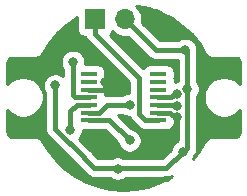
<source format=gbl>
G04 #@! TF.GenerationSoftware,KiCad,Pcbnew,(5.1.6-0-10_14)*
G04 #@! TF.CreationDate,2021-04-09T22:44:30+02:00*
G04 #@! TF.ProjectId,Encoder,456e636f-6465-4722-9e6b-696361645f70,1.1*
G04 #@! TF.SameCoordinates,Original*
G04 #@! TF.FileFunction,Copper,L2,Bot*
G04 #@! TF.FilePolarity,Positive*
%FSLAX46Y46*%
G04 Gerber Fmt 4.6, Leading zero omitted, Abs format (unit mm)*
G04 Created by KiCad (PCBNEW (5.1.6-0-10_14)) date 2021-04-09 22:44:30*
%MOMM*%
%LPD*%
G01*
G04 APERTURE LIST*
G04 #@! TA.AperFunction,ComponentPad*
%ADD10O,1.700000X1.700000*%
G04 #@! TD*
G04 #@! TA.AperFunction,ComponentPad*
%ADD11R,1.700000X1.700000*%
G04 #@! TD*
G04 #@! TA.AperFunction,SMDPad,CuDef*
%ADD12R,1.450000X0.450000*%
G04 #@! TD*
G04 #@! TA.AperFunction,ViaPad*
%ADD13C,0.800000*%
G04 #@! TD*
G04 #@! TA.AperFunction,ViaPad*
%ADD14C,0.600000*%
G04 #@! TD*
G04 #@! TA.AperFunction,Conductor*
%ADD15C,0.400000*%
G04 #@! TD*
G04 #@! TA.AperFunction,Conductor*
%ADD16C,0.254000*%
G04 #@! TD*
G04 APERTURE END LIST*
D10*
X119828000Y-86712000D03*
X117288000Y-86712000D03*
D11*
X114748000Y-86712000D03*
D12*
X120138000Y-95262000D03*
X120138000Y-94612000D03*
X120138000Y-93962000D03*
X120138000Y-93312000D03*
X120138000Y-92662000D03*
X120138000Y-92012000D03*
X120138000Y-91362000D03*
X114238000Y-91362000D03*
X114238000Y-92012000D03*
X114238000Y-92662000D03*
X114238000Y-93312000D03*
X114238000Y-93962000D03*
X114238000Y-94612000D03*
X114238000Y-95262000D03*
D13*
X115588000Y-92012000D03*
X121688000Y-95012000D03*
D14*
X125338000Y-90812000D03*
X125338000Y-95862000D03*
X108638000Y-95812000D03*
X108688000Y-90912000D03*
X115238000Y-100312000D03*
X120888000Y-100262000D03*
X117688000Y-88862000D03*
X121238000Y-90462000D03*
D13*
X121688000Y-94012000D03*
X111388000Y-92312000D03*
X121688000Y-93012000D03*
X116688000Y-99362000D03*
X122588000Y-92612000D03*
X122188000Y-97912000D03*
X122388000Y-89312000D03*
X117688000Y-96962000D03*
X117688000Y-93947000D03*
X112888000Y-90312000D03*
X112688000Y-96112000D03*
D15*
X120388000Y-94612000D02*
X120412999Y-94636999D01*
X120138000Y-94612000D02*
X120388000Y-94612000D01*
X121503998Y-95012000D02*
X121688000Y-95012000D01*
X121103998Y-94612000D02*
X121503998Y-95012000D01*
X120138000Y-94612000D02*
X121103998Y-94612000D01*
X115503685Y-92662000D02*
X115588000Y-92577685D01*
X115588000Y-92577685D02*
X115588000Y-92012000D01*
X114238000Y-92662000D02*
X115503685Y-92662000D01*
X121438000Y-93962000D02*
X121488000Y-94012000D01*
X120138000Y-93962000D02*
X121438000Y-93962000D01*
X121488000Y-93112000D02*
X121388001Y-93211999D01*
X121488000Y-93012000D02*
X121488000Y-93112000D01*
X121188000Y-93312000D02*
X120138000Y-93312000D01*
X121488000Y-93012000D02*
X121188000Y-93312000D01*
X111388000Y-95996002D02*
X113803998Y-98412000D01*
X111388000Y-92312000D02*
X111388000Y-95996002D01*
X119888000Y-89312000D02*
X117288000Y-86712000D01*
X122388000Y-89312000D02*
X119888000Y-89312000D01*
X113803998Y-98412000D02*
X113803998Y-98427998D01*
X114688000Y-99312000D02*
X115688000Y-99312000D01*
X113803998Y-98427998D02*
X114688000Y-99312000D01*
X115688000Y-99312000D02*
X120788000Y-99312000D01*
X120788000Y-99312000D02*
X122188000Y-97912000D01*
X122588000Y-89512000D02*
X122388000Y-89312000D01*
X122588000Y-97612000D02*
X122588000Y-89512000D01*
X122288000Y-97912000D02*
X122588000Y-97612000D01*
X122188000Y-97912000D02*
X122288000Y-97912000D01*
X115988000Y-95262000D02*
X117688000Y-96962000D01*
X114238000Y-95262000D02*
X115988000Y-95262000D01*
X115126000Y-94612000D02*
X115791000Y-93947000D01*
X115791000Y-93947000D02*
X117688000Y-93947000D01*
X114238000Y-94612000D02*
X115126000Y-94612000D01*
X118488001Y-91702001D02*
X114748000Y-87962000D01*
X118488001Y-94737001D02*
X118488001Y-91702001D01*
X114748000Y-87962000D02*
X114748000Y-86712000D01*
X119013000Y-95262000D02*
X118488001Y-94737001D01*
X120138000Y-95262000D02*
X119013000Y-95262000D01*
X112888000Y-90877685D02*
X112888000Y-90312000D01*
X112888000Y-93087000D02*
X112888000Y-90877685D01*
X113113000Y-93312000D02*
X112888000Y-93087000D01*
X114238000Y-93312000D02*
X113113000Y-93312000D01*
X112688000Y-94491998D02*
X112688000Y-95546315D01*
X113217998Y-93962000D02*
X112688000Y-94491998D01*
X112688000Y-95546315D02*
X112688000Y-96112000D01*
X114238000Y-93962000D02*
X113217998Y-93962000D01*
D16*
G36*
X113259928Y-87562000D02*
G01*
X113272188Y-87686482D01*
X113308498Y-87806180D01*
X113367463Y-87916494D01*
X113446815Y-88013185D01*
X113543506Y-88092537D01*
X113653820Y-88151502D01*
X113773518Y-88187812D01*
X113898000Y-88200072D01*
X113947646Y-88200072D01*
X113972828Y-88283086D01*
X114050364Y-88428145D01*
X114154709Y-88555291D01*
X114186579Y-88581446D01*
X117653002Y-92047870D01*
X117653002Y-92912000D01*
X117586061Y-92912000D01*
X117386102Y-92951774D01*
X117197744Y-93029795D01*
X117074715Y-93112000D01*
X115832018Y-93112000D01*
X115790999Y-93107960D01*
X115749981Y-93112000D01*
X115627311Y-93124082D01*
X115601072Y-93132041D01*
X115601072Y-93087000D01*
X115588812Y-92962518D01*
X115552502Y-92842820D01*
X115493537Y-92732506D01*
X115435674Y-92662000D01*
X115493537Y-92591494D01*
X115552502Y-92481180D01*
X115588812Y-92361482D01*
X115601072Y-92237000D01*
X115601072Y-91787000D01*
X115591223Y-91687000D01*
X115601072Y-91587000D01*
X115601072Y-91137000D01*
X115588812Y-91012518D01*
X115552502Y-90892820D01*
X115493537Y-90782506D01*
X115414185Y-90685815D01*
X115317494Y-90606463D01*
X115207180Y-90547498D01*
X115087482Y-90511188D01*
X114963000Y-90498928D01*
X113906095Y-90498928D01*
X113923000Y-90413939D01*
X113923000Y-90210061D01*
X113883226Y-90010102D01*
X113805205Y-89821744D01*
X113691937Y-89652226D01*
X113547774Y-89508063D01*
X113378256Y-89394795D01*
X113189898Y-89316774D01*
X112989939Y-89277000D01*
X112786061Y-89277000D01*
X112586102Y-89316774D01*
X112397744Y-89394795D01*
X112228226Y-89508063D01*
X112084063Y-89652226D01*
X111970795Y-89821744D01*
X111892774Y-90010102D01*
X111853000Y-90210061D01*
X111853000Y-90413939D01*
X111892774Y-90613898D01*
X111970795Y-90802256D01*
X112053001Y-90925286D01*
X112053001Y-91513290D01*
X112047774Y-91508063D01*
X111878256Y-91394795D01*
X111689898Y-91316774D01*
X111489939Y-91277000D01*
X111286061Y-91277000D01*
X111086102Y-91316774D01*
X110897744Y-91394795D01*
X110728226Y-91508063D01*
X110584063Y-91652226D01*
X110470795Y-91821744D01*
X110392774Y-92010102D01*
X110353000Y-92210061D01*
X110353000Y-92413939D01*
X110392774Y-92613898D01*
X110470795Y-92802256D01*
X110553000Y-92925285D01*
X110553001Y-95954974D01*
X110548960Y-95996002D01*
X110565082Y-96159690D01*
X110612828Y-96317088D01*
X110690364Y-96462147D01*
X110690365Y-96462148D01*
X110794710Y-96589293D01*
X110826574Y-96615443D01*
X113111341Y-98900211D01*
X113210707Y-99021289D01*
X113242575Y-99047442D01*
X114068563Y-99873432D01*
X114094709Y-99905291D01*
X114126568Y-99931437D01*
X114126570Y-99931439D01*
X114179639Y-99974991D01*
X114221854Y-100009636D01*
X114366913Y-100087172D01*
X114524311Y-100134918D01*
X114646981Y-100147000D01*
X114646982Y-100147000D01*
X114688000Y-100151040D01*
X114729018Y-100147000D01*
X116009289Y-100147000D01*
X116028226Y-100165937D01*
X116197744Y-100279205D01*
X116386102Y-100357226D01*
X116586061Y-100397000D01*
X116789939Y-100397000D01*
X116989898Y-100357226D01*
X117178256Y-100279205D01*
X117347774Y-100165937D01*
X117366711Y-100147000D01*
X120746982Y-100147000D01*
X120788000Y-100151040D01*
X120829018Y-100147000D01*
X120829019Y-100147000D01*
X120951689Y-100134918D01*
X121109087Y-100087172D01*
X121242718Y-100015744D01*
X121193110Y-100050002D01*
X120241600Y-100531217D01*
X119233591Y-100878844D01*
X118187719Y-101086454D01*
X117123362Y-101150202D01*
X116060190Y-101068908D01*
X115017898Y-100844080D01*
X114015752Y-100479874D01*
X113072308Y-99983031D01*
X112205024Y-99362747D01*
X111429946Y-98630495D01*
X110759707Y-97797705D01*
X110260890Y-96983708D01*
X110239425Y-96943550D01*
X110198742Y-96893978D01*
X110198735Y-96893968D01*
X110198726Y-96893959D01*
X110156948Y-96843052D01*
X110056450Y-96760575D01*
X109941793Y-96699290D01*
X109817383Y-96661550D01*
X109720419Y-96652000D01*
X107720279Y-96652000D01*
X107622576Y-96642420D01*
X107559643Y-96623420D01*
X107501594Y-96592554D01*
X107450657Y-96551011D01*
X107408752Y-96500356D01*
X107377485Y-96442529D01*
X107358044Y-96379728D01*
X107348000Y-96284165D01*
X107348000Y-94425661D01*
X107582002Y-94659663D01*
X107866169Y-94849537D01*
X108181919Y-94980325D01*
X108517117Y-95047000D01*
X108858883Y-95047000D01*
X109194081Y-94980325D01*
X109509831Y-94849537D01*
X109793998Y-94659663D01*
X110035663Y-94417998D01*
X110225537Y-94133831D01*
X110356325Y-93818081D01*
X110423000Y-93482883D01*
X110423000Y-93141117D01*
X110356325Y-92805919D01*
X110225537Y-92490169D01*
X110035663Y-92206002D01*
X109793998Y-91964337D01*
X109509831Y-91774463D01*
X109194081Y-91643675D01*
X108858883Y-91577000D01*
X108517117Y-91577000D01*
X108181919Y-91643675D01*
X107866169Y-91774463D01*
X107582002Y-91964337D01*
X107348000Y-92198339D01*
X107348000Y-90344279D01*
X107357580Y-90246576D01*
X107376580Y-90183644D01*
X107407445Y-90125595D01*
X107448989Y-90074657D01*
X107499644Y-90032752D01*
X107557471Y-90001485D01*
X107620272Y-89982044D01*
X107715844Y-89971999D01*
X109720419Y-89972001D01*
X109817383Y-89962451D01*
X109941793Y-89924711D01*
X110056450Y-89863426D01*
X110156948Y-89780949D01*
X110239425Y-89680451D01*
X110259605Y-89642696D01*
X110836307Y-88718791D01*
X111518445Y-87899265D01*
X112305496Y-87179895D01*
X113182889Y-86574000D01*
X113259928Y-86535038D01*
X113259928Y-87562000D01*
G37*
X113259928Y-87562000D02*
X113272188Y-87686482D01*
X113308498Y-87806180D01*
X113367463Y-87916494D01*
X113446815Y-88013185D01*
X113543506Y-88092537D01*
X113653820Y-88151502D01*
X113773518Y-88187812D01*
X113898000Y-88200072D01*
X113947646Y-88200072D01*
X113972828Y-88283086D01*
X114050364Y-88428145D01*
X114154709Y-88555291D01*
X114186579Y-88581446D01*
X117653002Y-92047870D01*
X117653002Y-92912000D01*
X117586061Y-92912000D01*
X117386102Y-92951774D01*
X117197744Y-93029795D01*
X117074715Y-93112000D01*
X115832018Y-93112000D01*
X115790999Y-93107960D01*
X115749981Y-93112000D01*
X115627311Y-93124082D01*
X115601072Y-93132041D01*
X115601072Y-93087000D01*
X115588812Y-92962518D01*
X115552502Y-92842820D01*
X115493537Y-92732506D01*
X115435674Y-92662000D01*
X115493537Y-92591494D01*
X115552502Y-92481180D01*
X115588812Y-92361482D01*
X115601072Y-92237000D01*
X115601072Y-91787000D01*
X115591223Y-91687000D01*
X115601072Y-91587000D01*
X115601072Y-91137000D01*
X115588812Y-91012518D01*
X115552502Y-90892820D01*
X115493537Y-90782506D01*
X115414185Y-90685815D01*
X115317494Y-90606463D01*
X115207180Y-90547498D01*
X115087482Y-90511188D01*
X114963000Y-90498928D01*
X113906095Y-90498928D01*
X113923000Y-90413939D01*
X113923000Y-90210061D01*
X113883226Y-90010102D01*
X113805205Y-89821744D01*
X113691937Y-89652226D01*
X113547774Y-89508063D01*
X113378256Y-89394795D01*
X113189898Y-89316774D01*
X112989939Y-89277000D01*
X112786061Y-89277000D01*
X112586102Y-89316774D01*
X112397744Y-89394795D01*
X112228226Y-89508063D01*
X112084063Y-89652226D01*
X111970795Y-89821744D01*
X111892774Y-90010102D01*
X111853000Y-90210061D01*
X111853000Y-90413939D01*
X111892774Y-90613898D01*
X111970795Y-90802256D01*
X112053001Y-90925286D01*
X112053001Y-91513290D01*
X112047774Y-91508063D01*
X111878256Y-91394795D01*
X111689898Y-91316774D01*
X111489939Y-91277000D01*
X111286061Y-91277000D01*
X111086102Y-91316774D01*
X110897744Y-91394795D01*
X110728226Y-91508063D01*
X110584063Y-91652226D01*
X110470795Y-91821744D01*
X110392774Y-92010102D01*
X110353000Y-92210061D01*
X110353000Y-92413939D01*
X110392774Y-92613898D01*
X110470795Y-92802256D01*
X110553000Y-92925285D01*
X110553001Y-95954974D01*
X110548960Y-95996002D01*
X110565082Y-96159690D01*
X110612828Y-96317088D01*
X110690364Y-96462147D01*
X110690365Y-96462148D01*
X110794710Y-96589293D01*
X110826574Y-96615443D01*
X113111341Y-98900211D01*
X113210707Y-99021289D01*
X113242575Y-99047442D01*
X114068563Y-99873432D01*
X114094709Y-99905291D01*
X114126568Y-99931437D01*
X114126570Y-99931439D01*
X114179639Y-99974991D01*
X114221854Y-100009636D01*
X114366913Y-100087172D01*
X114524311Y-100134918D01*
X114646981Y-100147000D01*
X114646982Y-100147000D01*
X114688000Y-100151040D01*
X114729018Y-100147000D01*
X116009289Y-100147000D01*
X116028226Y-100165937D01*
X116197744Y-100279205D01*
X116386102Y-100357226D01*
X116586061Y-100397000D01*
X116789939Y-100397000D01*
X116989898Y-100357226D01*
X117178256Y-100279205D01*
X117347774Y-100165937D01*
X117366711Y-100147000D01*
X120746982Y-100147000D01*
X120788000Y-100151040D01*
X120829018Y-100147000D01*
X120829019Y-100147000D01*
X120951689Y-100134918D01*
X121109087Y-100087172D01*
X121242718Y-100015744D01*
X121193110Y-100050002D01*
X120241600Y-100531217D01*
X119233591Y-100878844D01*
X118187719Y-101086454D01*
X117123362Y-101150202D01*
X116060190Y-101068908D01*
X115017898Y-100844080D01*
X114015752Y-100479874D01*
X113072308Y-99983031D01*
X112205024Y-99362747D01*
X111429946Y-98630495D01*
X110759707Y-97797705D01*
X110260890Y-96983708D01*
X110239425Y-96943550D01*
X110198742Y-96893978D01*
X110198735Y-96893968D01*
X110198726Y-96893959D01*
X110156948Y-96843052D01*
X110056450Y-96760575D01*
X109941793Y-96699290D01*
X109817383Y-96661550D01*
X109720419Y-96652000D01*
X107720279Y-96652000D01*
X107622576Y-96642420D01*
X107559643Y-96623420D01*
X107501594Y-96592554D01*
X107450657Y-96551011D01*
X107408752Y-96500356D01*
X107377485Y-96442529D01*
X107358044Y-96379728D01*
X107348000Y-96284165D01*
X107348000Y-94425661D01*
X107582002Y-94659663D01*
X107866169Y-94849537D01*
X108181919Y-94980325D01*
X108517117Y-95047000D01*
X108858883Y-95047000D01*
X109194081Y-94980325D01*
X109509831Y-94849537D01*
X109793998Y-94659663D01*
X110035663Y-94417998D01*
X110225537Y-94133831D01*
X110356325Y-93818081D01*
X110423000Y-93482883D01*
X110423000Y-93141117D01*
X110356325Y-92805919D01*
X110225537Y-92490169D01*
X110035663Y-92206002D01*
X109793998Y-91964337D01*
X109509831Y-91774463D01*
X109194081Y-91643675D01*
X108858883Y-91577000D01*
X108517117Y-91577000D01*
X108181919Y-91643675D01*
X107866169Y-91774463D01*
X107582002Y-91964337D01*
X107348000Y-92198339D01*
X107348000Y-90344279D01*
X107357580Y-90246576D01*
X107376580Y-90183644D01*
X107407445Y-90125595D01*
X107448989Y-90074657D01*
X107499644Y-90032752D01*
X107557471Y-90001485D01*
X107620272Y-89982044D01*
X107715844Y-89971999D01*
X109720419Y-89972001D01*
X109817383Y-89962451D01*
X109941793Y-89924711D01*
X110056450Y-89863426D01*
X110156948Y-89780949D01*
X110239425Y-89680451D01*
X110259605Y-89642696D01*
X110836307Y-88718791D01*
X111518445Y-87899265D01*
X112305496Y-87179895D01*
X113182889Y-86574000D01*
X113259928Y-86535038D01*
X113259928Y-87562000D01*
G36*
X118315809Y-85555093D02*
G01*
X119358110Y-85779923D01*
X120360246Y-86144126D01*
X121303690Y-86640969D01*
X122170970Y-87261250D01*
X122946051Y-87993503D01*
X123616292Y-88826297D01*
X124115103Y-89640280D01*
X124136574Y-89680450D01*
X124219051Y-89780948D01*
X124319549Y-89863425D01*
X124434206Y-89924710D01*
X124558616Y-89962450D01*
X124655580Y-89972000D01*
X126655721Y-89972000D01*
X126753424Y-89981580D01*
X126816356Y-90000580D01*
X126874405Y-90031445D01*
X126925343Y-90072989D01*
X126967248Y-90123644D01*
X126998515Y-90181471D01*
X127017956Y-90244272D01*
X127028000Y-90339835D01*
X127028000Y-92198339D01*
X126793998Y-91964337D01*
X126509831Y-91774463D01*
X126194081Y-91643675D01*
X125858883Y-91577000D01*
X125517117Y-91577000D01*
X125181919Y-91643675D01*
X124866169Y-91774463D01*
X124582002Y-91964337D01*
X124340337Y-92206002D01*
X124150463Y-92490169D01*
X124019675Y-92805919D01*
X123953000Y-93141117D01*
X123953000Y-93482883D01*
X124019675Y-93818081D01*
X124150463Y-94133831D01*
X124340337Y-94417998D01*
X124582002Y-94659663D01*
X124866169Y-94849537D01*
X125181919Y-94980325D01*
X125517117Y-95047000D01*
X125858883Y-95047000D01*
X126194081Y-94980325D01*
X126509831Y-94849537D01*
X126793998Y-94659663D01*
X127028001Y-94425660D01*
X127028001Y-96279711D01*
X127018420Y-96377424D01*
X126999420Y-96440357D01*
X126968554Y-96498406D01*
X126927011Y-96549343D01*
X126876356Y-96591248D01*
X126818529Y-96622515D01*
X126755728Y-96641956D01*
X126660164Y-96652000D01*
X124655580Y-96652002D01*
X124558616Y-96661552D01*
X124434206Y-96699292D01*
X124319549Y-96760577D01*
X124219051Y-96843054D01*
X124136574Y-96943552D01*
X124116392Y-96981311D01*
X123539693Y-97905209D01*
X123020680Y-98528757D01*
X123105205Y-98402256D01*
X123183226Y-98213898D01*
X123186105Y-98199425D01*
X123285636Y-98078146D01*
X123363172Y-97933087D01*
X123410918Y-97775689D01*
X123413855Y-97745871D01*
X123427040Y-97612001D01*
X123423000Y-97570982D01*
X123423000Y-93225285D01*
X123505205Y-93102256D01*
X123583226Y-92913898D01*
X123623000Y-92713939D01*
X123623000Y-92510061D01*
X123583226Y-92310102D01*
X123505205Y-92121744D01*
X123423000Y-91998715D01*
X123423000Y-89553018D01*
X123427040Y-89512000D01*
X123421335Y-89454072D01*
X123419242Y-89432830D01*
X123423000Y-89413939D01*
X123423000Y-89210061D01*
X123383226Y-89010102D01*
X123305205Y-88821744D01*
X123191937Y-88652226D01*
X123047774Y-88508063D01*
X122878256Y-88394795D01*
X122689898Y-88316774D01*
X122489939Y-88277000D01*
X122286061Y-88277000D01*
X122086102Y-88316774D01*
X121897744Y-88394795D01*
X121774715Y-88477000D01*
X120233868Y-88477000D01*
X118746807Y-86989940D01*
X118773000Y-86858260D01*
X118773000Y-86565740D01*
X118715932Y-86278842D01*
X118603990Y-86008589D01*
X118441475Y-85765368D01*
X118234632Y-85558525D01*
X118218342Y-85547640D01*
X118315809Y-85555093D01*
G37*
X118315809Y-85555093D02*
X119358110Y-85779923D01*
X120360246Y-86144126D01*
X121303690Y-86640969D01*
X122170970Y-87261250D01*
X122946051Y-87993503D01*
X123616292Y-88826297D01*
X124115103Y-89640280D01*
X124136574Y-89680450D01*
X124219051Y-89780948D01*
X124319549Y-89863425D01*
X124434206Y-89924710D01*
X124558616Y-89962450D01*
X124655580Y-89972000D01*
X126655721Y-89972000D01*
X126753424Y-89981580D01*
X126816356Y-90000580D01*
X126874405Y-90031445D01*
X126925343Y-90072989D01*
X126967248Y-90123644D01*
X126998515Y-90181471D01*
X127017956Y-90244272D01*
X127028000Y-90339835D01*
X127028000Y-92198339D01*
X126793998Y-91964337D01*
X126509831Y-91774463D01*
X126194081Y-91643675D01*
X125858883Y-91577000D01*
X125517117Y-91577000D01*
X125181919Y-91643675D01*
X124866169Y-91774463D01*
X124582002Y-91964337D01*
X124340337Y-92206002D01*
X124150463Y-92490169D01*
X124019675Y-92805919D01*
X123953000Y-93141117D01*
X123953000Y-93482883D01*
X124019675Y-93818081D01*
X124150463Y-94133831D01*
X124340337Y-94417998D01*
X124582002Y-94659663D01*
X124866169Y-94849537D01*
X125181919Y-94980325D01*
X125517117Y-95047000D01*
X125858883Y-95047000D01*
X126194081Y-94980325D01*
X126509831Y-94849537D01*
X126793998Y-94659663D01*
X127028001Y-94425660D01*
X127028001Y-96279711D01*
X127018420Y-96377424D01*
X126999420Y-96440357D01*
X126968554Y-96498406D01*
X126927011Y-96549343D01*
X126876356Y-96591248D01*
X126818529Y-96622515D01*
X126755728Y-96641956D01*
X126660164Y-96652000D01*
X124655580Y-96652002D01*
X124558616Y-96661552D01*
X124434206Y-96699292D01*
X124319549Y-96760577D01*
X124219051Y-96843054D01*
X124136574Y-96943552D01*
X124116392Y-96981311D01*
X123539693Y-97905209D01*
X123020680Y-98528757D01*
X123105205Y-98402256D01*
X123183226Y-98213898D01*
X123186105Y-98199425D01*
X123285636Y-98078146D01*
X123363172Y-97933087D01*
X123410918Y-97775689D01*
X123413855Y-97745871D01*
X123427040Y-97612001D01*
X123423000Y-97570982D01*
X123423000Y-93225285D01*
X123505205Y-93102256D01*
X123583226Y-92913898D01*
X123623000Y-92713939D01*
X123623000Y-92510061D01*
X123583226Y-92310102D01*
X123505205Y-92121744D01*
X123423000Y-91998715D01*
X123423000Y-89553018D01*
X123427040Y-89512000D01*
X123421335Y-89454072D01*
X123419242Y-89432830D01*
X123423000Y-89413939D01*
X123423000Y-89210061D01*
X123383226Y-89010102D01*
X123305205Y-88821744D01*
X123191937Y-88652226D01*
X123047774Y-88508063D01*
X122878256Y-88394795D01*
X122689898Y-88316774D01*
X122489939Y-88277000D01*
X122286061Y-88277000D01*
X122086102Y-88316774D01*
X121897744Y-88394795D01*
X121774715Y-88477000D01*
X120233868Y-88477000D01*
X118746807Y-86989940D01*
X118773000Y-86858260D01*
X118773000Y-86565740D01*
X118715932Y-86278842D01*
X118603990Y-86008589D01*
X118441475Y-85765368D01*
X118234632Y-85558525D01*
X118218342Y-85547640D01*
X118315809Y-85555093D01*
G36*
X117197744Y-94864205D02*
G01*
X117386102Y-94942226D01*
X117586061Y-94982000D01*
X117689748Y-94982000D01*
X117712829Y-95058087D01*
X117790365Y-95203146D01*
X117894710Y-95330292D01*
X117926579Y-95356446D01*
X118393558Y-95823426D01*
X118419709Y-95855291D01*
X118546854Y-95959636D01*
X118691913Y-96037172D01*
X118849311Y-96084918D01*
X118971981Y-96097000D01*
X118971982Y-96097000D01*
X119013000Y-96101040D01*
X119054018Y-96097000D01*
X119236393Y-96097000D01*
X119288518Y-96112812D01*
X119413000Y-96125072D01*
X120863000Y-96125072D01*
X120987482Y-96112812D01*
X121107180Y-96076502D01*
X121217494Y-96017537D01*
X121314185Y-95938185D01*
X121393537Y-95841494D01*
X121452502Y-95731180D01*
X121488812Y-95611482D01*
X121501072Y-95487000D01*
X121501072Y-95037000D01*
X121500378Y-95029957D01*
X121586061Y-95047000D01*
X121753000Y-95047000D01*
X121753000Y-96971907D01*
X121697744Y-96994795D01*
X121528226Y-97108063D01*
X121384063Y-97252226D01*
X121270795Y-97421744D01*
X121192774Y-97610102D01*
X121163908Y-97755225D01*
X120442133Y-98477000D01*
X117226454Y-98477000D01*
X117178256Y-98444795D01*
X116989898Y-98366774D01*
X116789939Y-98327000D01*
X116586061Y-98327000D01*
X116386102Y-98366774D01*
X116197744Y-98444795D01*
X116149546Y-98477000D01*
X115033868Y-98477000D01*
X114496658Y-97939791D01*
X114484282Y-97924711D01*
X114397289Y-97818709D01*
X114365426Y-97792560D01*
X113418288Y-96845423D01*
X113491937Y-96771774D01*
X113605205Y-96602256D01*
X113683226Y-96413898D01*
X113723000Y-96213939D01*
X113723000Y-96125072D01*
X114963000Y-96125072D01*
X115087482Y-96112812D01*
X115139607Y-96097000D01*
X115642133Y-96097000D01*
X116663908Y-97118775D01*
X116692774Y-97263898D01*
X116770795Y-97452256D01*
X116884063Y-97621774D01*
X117028226Y-97765937D01*
X117197744Y-97879205D01*
X117386102Y-97957226D01*
X117586061Y-97997000D01*
X117789939Y-97997000D01*
X117989898Y-97957226D01*
X118178256Y-97879205D01*
X118347774Y-97765937D01*
X118491937Y-97621774D01*
X118605205Y-97452256D01*
X118683226Y-97263898D01*
X118723000Y-97063939D01*
X118723000Y-96860061D01*
X118683226Y-96660102D01*
X118605205Y-96471744D01*
X118491937Y-96302226D01*
X118347774Y-96158063D01*
X118178256Y-96044795D01*
X117989898Y-95966774D01*
X117844775Y-95937908D01*
X116688867Y-94782000D01*
X117074715Y-94782000D01*
X117197744Y-94864205D01*
G37*
X117197744Y-94864205D02*
X117386102Y-94942226D01*
X117586061Y-94982000D01*
X117689748Y-94982000D01*
X117712829Y-95058087D01*
X117790365Y-95203146D01*
X117894710Y-95330292D01*
X117926579Y-95356446D01*
X118393558Y-95823426D01*
X118419709Y-95855291D01*
X118546854Y-95959636D01*
X118691913Y-96037172D01*
X118849311Y-96084918D01*
X118971981Y-96097000D01*
X118971982Y-96097000D01*
X119013000Y-96101040D01*
X119054018Y-96097000D01*
X119236393Y-96097000D01*
X119288518Y-96112812D01*
X119413000Y-96125072D01*
X120863000Y-96125072D01*
X120987482Y-96112812D01*
X121107180Y-96076502D01*
X121217494Y-96017537D01*
X121314185Y-95938185D01*
X121393537Y-95841494D01*
X121452502Y-95731180D01*
X121488812Y-95611482D01*
X121501072Y-95487000D01*
X121501072Y-95037000D01*
X121500378Y-95029957D01*
X121586061Y-95047000D01*
X121753000Y-95047000D01*
X121753000Y-96971907D01*
X121697744Y-96994795D01*
X121528226Y-97108063D01*
X121384063Y-97252226D01*
X121270795Y-97421744D01*
X121192774Y-97610102D01*
X121163908Y-97755225D01*
X120442133Y-98477000D01*
X117226454Y-98477000D01*
X117178256Y-98444795D01*
X116989898Y-98366774D01*
X116789939Y-98327000D01*
X116586061Y-98327000D01*
X116386102Y-98366774D01*
X116197744Y-98444795D01*
X116149546Y-98477000D01*
X115033868Y-98477000D01*
X114496658Y-97939791D01*
X114484282Y-97924711D01*
X114397289Y-97818709D01*
X114365426Y-97792560D01*
X113418288Y-96845423D01*
X113491937Y-96771774D01*
X113605205Y-96602256D01*
X113683226Y-96413898D01*
X113723000Y-96213939D01*
X113723000Y-96125072D01*
X114963000Y-96125072D01*
X115087482Y-96112812D01*
X115139607Y-96097000D01*
X115642133Y-96097000D01*
X116663908Y-97118775D01*
X116692774Y-97263898D01*
X116770795Y-97452256D01*
X116884063Y-97621774D01*
X117028226Y-97765937D01*
X117197744Y-97879205D01*
X117386102Y-97957226D01*
X117586061Y-97997000D01*
X117789939Y-97997000D01*
X117989898Y-97957226D01*
X118178256Y-97879205D01*
X118347774Y-97765937D01*
X118491937Y-97621774D01*
X118605205Y-97452256D01*
X118683226Y-97263898D01*
X118723000Y-97063939D01*
X118723000Y-96860061D01*
X118683226Y-96660102D01*
X118605205Y-96471744D01*
X118491937Y-96302226D01*
X118347774Y-96158063D01*
X118178256Y-96044795D01*
X117989898Y-95966774D01*
X117844775Y-95937908D01*
X116688867Y-94782000D01*
X117074715Y-94782000D01*
X117197744Y-94864205D01*
G36*
X116341368Y-87865475D02*
G01*
X116584589Y-88027990D01*
X116854842Y-88139932D01*
X117141740Y-88197000D01*
X117434260Y-88197000D01*
X117565940Y-88170807D01*
X119268559Y-89873427D01*
X119294709Y-89905291D01*
X119421854Y-90009636D01*
X119566913Y-90087172D01*
X119724311Y-90134918D01*
X119846981Y-90147000D01*
X119846991Y-90147000D01*
X119887999Y-90151039D01*
X119929007Y-90147000D01*
X121753001Y-90147000D01*
X121753001Y-91977000D01*
X121586061Y-91977000D01*
X121501072Y-91993905D01*
X121501072Y-91787000D01*
X121491223Y-91687000D01*
X121501072Y-91587000D01*
X121501072Y-91137000D01*
X121488812Y-91012518D01*
X121452502Y-90892820D01*
X121393537Y-90782506D01*
X121314185Y-90685815D01*
X121217494Y-90606463D01*
X121107180Y-90547498D01*
X120987482Y-90511188D01*
X120863000Y-90498928D01*
X119413000Y-90498928D01*
X119288518Y-90511188D01*
X119168820Y-90547498D01*
X119058506Y-90606463D01*
X118961815Y-90685815D01*
X118882463Y-90782506D01*
X118836104Y-90869236D01*
X116011214Y-88044347D01*
X116049185Y-88013185D01*
X116128537Y-87916494D01*
X116187502Y-87806180D01*
X116209513Y-87733620D01*
X116341368Y-87865475D01*
G37*
X116341368Y-87865475D02*
X116584589Y-88027990D01*
X116854842Y-88139932D01*
X117141740Y-88197000D01*
X117434260Y-88197000D01*
X117565940Y-88170807D01*
X119268559Y-89873427D01*
X119294709Y-89905291D01*
X119421854Y-90009636D01*
X119566913Y-90087172D01*
X119724311Y-90134918D01*
X119846981Y-90147000D01*
X119846991Y-90147000D01*
X119887999Y-90151039D01*
X119929007Y-90147000D01*
X121753001Y-90147000D01*
X121753001Y-91977000D01*
X121586061Y-91977000D01*
X121501072Y-91993905D01*
X121501072Y-91787000D01*
X121491223Y-91687000D01*
X121501072Y-91587000D01*
X121501072Y-91137000D01*
X121488812Y-91012518D01*
X121452502Y-90892820D01*
X121393537Y-90782506D01*
X121314185Y-90685815D01*
X121217494Y-90606463D01*
X121107180Y-90547498D01*
X120987482Y-90511188D01*
X120863000Y-90498928D01*
X119413000Y-90498928D01*
X119288518Y-90511188D01*
X119168820Y-90547498D01*
X119058506Y-90606463D01*
X118961815Y-90685815D01*
X118882463Y-90782506D01*
X118836104Y-90869236D01*
X116011214Y-88044347D01*
X116049185Y-88013185D01*
X116128537Y-87916494D01*
X116187502Y-87806180D01*
X116209513Y-87733620D01*
X116341368Y-87865475D01*
M02*

</source>
